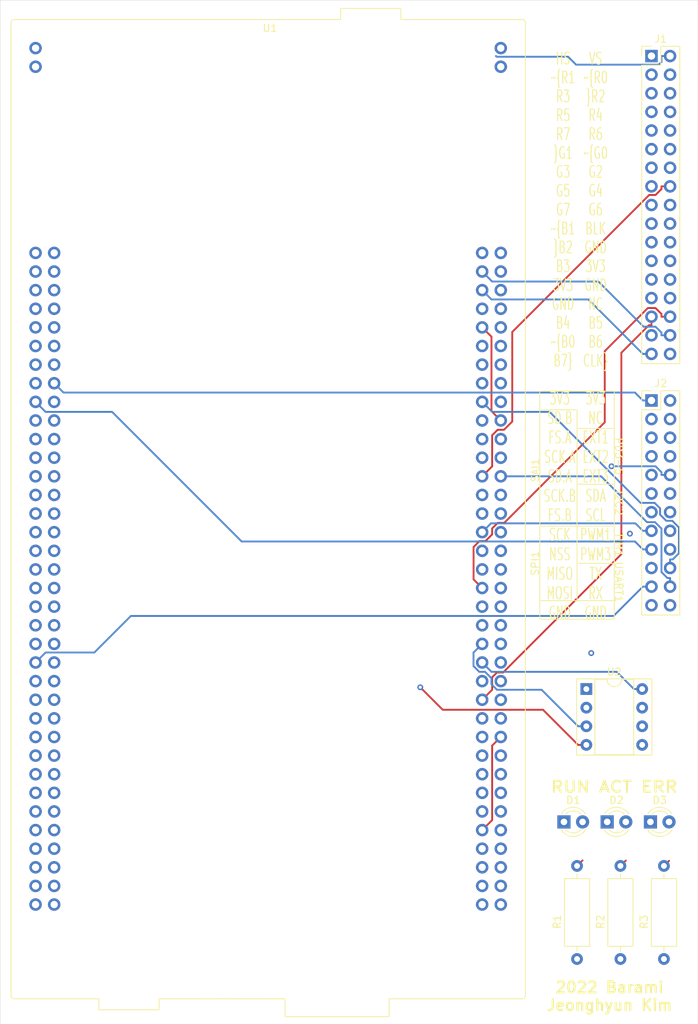
<source format=kicad_pcb>
(kicad_pcb (version 20211014) (generator pcbnew)
  (layers (0 "F.Cu" signal) (1 "In1.Cu" signal) (2 "In2.Cu" signal) (31 "B.Cu" signal) (34 "B.Paste" user) (35 "F.Paste" user) (36 "B.SilkS" user "B.Silkscreen") (37 "F.SilkS" user "F.Silkscreen") (38 "B.Mask" user) (39 "F.Mask" user) (44 "Edge.Cuts" user))
  (net 0 "")
  (net 1 "LCD_CLK")
  (net 2 "LCD_B7")
  (net 3 "LCD_B6")
  (net 4 "LCD_B5")
  (net 5 "LCD_B4")
  (net 6 "+3V3")
  (net 7 "LCD_B3")
  (net 8 "LCD_G6")
  (net 9 "LCD_G7")
  (net 10 "LCD_G4")
  (net 11 "LCD_G5")
  (net 12 "LCD_G2")
  (net 13 "LCD_G3")
  (net 14 "LCD_R6")
  (net 15 "LCD_R7")
  (net 16 "LCD_R4")
  (net 17 "LCD_R5")
  (net 18 "LCD_R3")
  (net 19 "LCD_VSYNC")
  (net 20 "LCD_HSYNC")
  (net 21 "Net-(D1-Pad2)")
  (net 22 "GND")
  (net 23 "Net-(D2-Pad2)")
  (net 24 "Net-(D3-Pad2)")
  (net 25 "USART1_RX")
  (net 26 "SPI1_MOSI")
  (net 27 "USART1_TX")
  (net 28 "SPI1_MISO")
  (net 29 "TIM1_CH3")
  (net 30 "SPI1_NSS")
  (net 31 "TIM1_CH1")
  (net 32 "SPI1_SCK")
  (net 33 "I2C2_SCL")
  (net 34 "SAI1_FS_B")
  (net 35 "I2C2_SDA")
  (net 36 "SAI1_SCK_B")
  (net 37 "GPIO_EXT3")
  (net 38 "SAI1_SD_A")
  (net 39 "GPIO_EXT2")
  (net 40 "SAI1_SCK_A")
  (net 41 "GPIO_EXT1")
  (net 42 "SAI1_FS_A")
  (net 43 "SAI1_SD_B")
  (net 44 "LED_ERR")
  (net 45 "LED_RUN")
  (net 46 "LED_ACT")
  (net 47 "QUADSPI_BK1_NCS")
  (net 48 "QUADSPI_BK1_IO0")
  (net 49 "QUADSPI_BK1_IO1")
  (net 50 "QUADSPI_CLK")
  (net 51 "QUADSPI_BK1_IO2")
  (net 52 "QUADSPI_BK1_IO3")
  (net 53 "LCD_BLK")
  (footprint "Connector_PinHeader_2.54mm:PinHeader_2x17_P2.54mm_Vertical" (layer "F.Cu") (at 163.83 44.45)
    (fp_text reference "J1" (at 1.27 -2.33) (layer "F.SilkS"))
    (fp_text value "GM7123 Module")
    (fp_line (start 1.27 -1.33) (end 3.87 -1.33) (layer "F.SilkS") (width 0.12))
    (fp_line (start -1.33 41.97) (end 3.87 41.97) (layer "F.SilkS") (width 0.12))
    (fp_line (start -1.33 1.27) (end 1.27 1.27) (layer "F.SilkS") (width 0.12))
    (fp_line (start -1.33 1.27) (end -1.33 41.97) (layer "F.SilkS") (width 0.12))
    (fp_line (start 3.87 -1.33) (end 3.87 41.97) (layer "F.SilkS") (width 0.12))
    (fp_line (start -1.33 -1.33) (end 0 -1.33) (layer "F.SilkS") (width 0.12))
    (fp_line (start -1.33 0) (end -1.33 -1.33) (layer "F.SilkS") (width 0.12))
    (fp_line (start 1.27 1.27) (end 1.27 -1.33) (layer "F.SilkS") (width 0.12))
    (pad "1" thru_hole rect locked (at 0 0) (size 1.7 1.7) (drill 1) (layers *.Cu *.Mask) (net 20 "LCD_HSYNC"))
    (pad "2" thru_hole oval locked (at 2.54 0) (size 1.7 1.7) (drill 1) (layers *.Cu *.Mask) (net 19 "LCD_VSYNC"))
    (pad "3" thru_hole oval locked (at 0 2.54) (size 1.7 1.7) (drill 1) (layers *.Cu *.Mask) (net 22 "GND"))
    (pad "4" thru_hole oval locked (at 2.54 2.54) (size 1.7 1.7) (drill 1) (layers *.Cu *.Mask) (net 22 "GND"))
    (pad "5" thru_hole oval locked (at 0 5.08) (size 1.7 1.7) (drill 1) (layers *.Cu *.Mask) (net 18 "LCD_R3"))
    (pad "6" thru_hole oval locked (at 2.54 5.08) (size 1.7 1.7) (drill 1) (layers *.Cu *.Mask) (net 22 "GND"))
    (pad "7" thru_hole oval locked (at 0 7.62) (size 1.7 1.7) (drill 1) (layers *.Cu *.Mask) (net 17 "LCD_R5"))
    (pad "8" thru_hole oval locked (at 2.54 7.62) (size 1.7 1.7) (drill 1) (layers *.Cu *.Mask) (net 16 "LCD_R4"))
    (pad "9" thru_hole oval locked (at 0 10.16) (size 1.7 1.7) (drill 1) (layers *.Cu *.Mask) (net 15 "LCD_R7"))
    (pad "10" thru_hole oval locked (at 2.54 10.16) (size 1.7 1.7) (drill 1) (layers *.Cu *.Mask) (net 14 "LCD_R6"))
    (pad "11" thru_hole oval locked (at 0 12.7) (size 1.7 1.7) (drill 1) (layers *.Cu *.Mask) (net 22 "GND"))
    (pad "12" thru_hole oval locked (at 2.54 12.7) (size 1.7 1.7) (drill 1) (layers *.Cu *.Mask) (net 22 "GND"))
    (pad "13" thru_hole oval locked (at 0 15.24) (size 1.7 1.7) (drill 1) (layers *.Cu *.Mask) (net 13 "LCD_G3"))
    (pad "14" thru_hole oval locked (at 2.54 15.24) (size 1.7 1.7) (drill 1) (layers *.Cu *.Mask) (net 12 "LCD_G2"))
    (pad "15" thru_hole oval locked (at 0 17.78) (size 1.7 1.7) (drill 1) (layers *.Cu *.Mask) (net 11 "LCD_G5"))
    (pad "16" thru_hole oval locked (at 2.54 17.78) (size 1.7 1.7) (drill 1) (layers *.Cu *.Mask) (net 10 "LCD_G4"))
    (pad "17" thru_hole oval locked (at 0 20.32) (size 1.7 1.7) (drill 1) (layers *.Cu *.Mask) (net 9 "LCD_G7"))
    (pad "18" thru_hole oval locked (at 2.54 20.32) (size 1.7 1.7) (drill 1) (layers *.Cu *.Mask) (net 8 "LCD_G6"))
    (pad "19" thru_hole oval locked (at 0 22.86) (size 1.7 1.7) (drill 1) (layers *.Cu *.Mask) (net 22 "GND"))
    (pad "20" thru_hole oval locked (at 2.54 22.86) (size 1.7 1.7) (drill 1) (layers *.Cu *.Mask) (net 53 "LCD_BLK"))
    (pad "21" thru_hole oval locked (at 0 25.4) (size 1.7 1.7) (drill 1) (layers *.Cu *.Mask) (net 22 "GND"))
    (pad "22" thru_hole oval locked (at 2.54 25.4) (size 1.7 1.7) (drill 1) (layers *.Cu *.Mask) (net 22 "GND"))
    (pad "23" thru_hole oval locked (at 0 27.94) (size 1.7 1.7) (drill 1) (layers *.Cu *.Mask) (net 7 "LCD_B3"))
    (pad "24" thru_hole oval locked (at 2.54 27.94) (size 1.7 1.7) (drill 1) (layers *.Cu *.Mask) (net 6 "+3V3"))
    (pad "25" thru_hole oval locked (at 0 30.48) (size 1.7 1.7) (drill 1) (layers *.Cu *.Mask) (net 6 "+3V3"))
    (pad "26" thru_hole oval locked (at 2.54 30.48) (size 1.7 1.7) (drill 1) (layers *.Cu *.Mask) (net 22 "GND"))
    (pad "27" thru_hole oval locked (at 0 33.02) (size 1.7 1.7) (drill 1) (layers *.Cu *.Mask) (net 22 "GND"))
    (pad "28" thru_hole oval locked (at 2.54 33.02) (size 1.7 1.7) (drill 1) (layers *.Cu *.Mask))
    (pad "29" thru_hole oval locked (at 0 35.56) (size 1.7 1.7) (drill 1) (layers *.Cu *.Mask) (net 5 "LCD_B4"))
    (pad "30" thru_hole oval locked (at 2.54 35.56) (size 1.7 1.7) (drill 1) (layers *.Cu *.Mask) (net 4 "LCD_B5"))
    (pad "31" thru_hole oval locked (at 0 38.1) (size 1.7 1.7) (drill 1) (layers *.Cu *.Mask) (net 22 "GND"))
    (pad "32" thru_hole oval locked (at 2.54 38.1) (size 1.7 1.7) (drill 1) (layers *.Cu *.Mask) (net 3 "LCD_B6"))
    (pad "33" thru_hole oval locked (at 0 40.64) (size 1.7 1.7) (drill 1) (layers *.Cu *.Mask) (net 2 "LCD_B7"))
    (pad "34" thru_hole oval locked (at 2.54 40.64) (size 1.7 1.7) (drill 1) (layers *.Cu *.Mask) (net 1 "LCD_CLK"))
  )
  (footprint "Module:ST_Morpho_Connector_144_STLink" (layer "F.Cu") (at 79.76 71.31)
    (fp_text reference "U1" (at 32 -30.67) (layer "F.SilkS"))
    (fp_text value "NUCLEO144-H743ZI")
    (fp_line (start 8.64 101.76) (end -2.95 101.76) (layer "F.SilkS") (width 0.12))
    (fp_line (start 34.04 104.21) (end 34.04 101.76) (layer "F.SilkS") (width 0.12))
    (fp_line (start -3.35 -31.44) (end -3.35 101.36) (layer "F.SilkS") (width 0.12))
    (fp_line (start 8.64 101.76) (end 8.64 103.27) (layer "F.SilkS") (width 0.12))
    (fp_line (start 49.86 -31.84) (end 66.45 -31.84) (layer "F.SilkS") (width 0.12))
    (fp_line (start 8.64 103.27) (end 16.86 103.27) (layer "F.SilkS") (width 0.12))
    (fp_line (start 66.85 101.36) (end 66.85 -31.44) (layer "F.SilkS") (width 0.12))
    (fp_line (start 34.04 101.76) (end 16.86 101.75) (layer "F.SilkS") (width 0.12))
    (fp_line (start 16.86 103.27) (end 16.86 101.75) (layer "F.SilkS") (width 0.12))
    (fp_line (start 41.64 -31.84) (end -2.95 -31.84) (layer "F.SilkS") (width 0.12))
    (fp_line (start 49.86 -33.35) (end 49.86 -31.84) (layer "F.SilkS") (width 0.12))
    (fp_line (start 41.64 -33.35) (end 49.86 -33.35) (layer "F.SilkS") (width 0.12))
    (fp_line (start 48.26 101.76) (end 66.45 101.76) (layer "F.SilkS") (width 0.12))
    (fp_line (start 41.64 -31.84) (end 41.64 -33.35) (layer "F.SilkS") (width 0.12))
    (fp_line (start 48.26 101.76) (end 48.26 104.21) (layer "F.SilkS") (width 0.12))
    (fp_line (start 48.26 104.21) (end 34.04 104.21) (layer "F.SilkS") (width 0.12))
    (fp_arc (start -2.95 101.76) (mid -3.232843 101.642843) (end -3.35 101.36) (layer "F.SilkS") (width 0.12))
    (fp_arc (start 66.85 101.36) (mid 66.732843 101.642843) (end 66.45 101.76) (layer "F.SilkS") (width 0.12))
    (fp_arc (start 66.45 -31.84) (mid 66.732843 -31.722843) (end 66.85 -31.44) (layer "F.SilkS") (width 0.12))
    (fp_arc (start -3.35 -31.44) (mid -3.232843 -31.722843) (end -2.95 -31.84) (layer "F.SilkS") (width 0.12))
    (pad "1" thru_hole circle locked (at 0 0) (size 1.7 1.7) (drill 1) (layers *.Cu *.Mask))
    (pad "2" thru_hole circle locked (at 2.54 0) (size 1.7 1.7) (drill 1) (layers *.Cu *.Mask))
    (pad "3" thru_hole circle locked (at 0 2.54) (size 1.7 1.7) (drill 1) (layers *.Cu *.Mask))
    (pad "4" thru_hole circle locked (at 2.54 2.54) (size 1.7 1.7) (drill 1) (layers *.Cu *.Mask) (net 46 "LED_ACT"))
    (pad "5" thru_hole circle locked (at 0 5.08) (size 1.7 1.7) (drill 1) (layers *.Cu *.Mask))
    (pad "6" thru_hole circle locked (at 2.54 5.08) (size 1.7 1.7) (drill 1) (layers *.Cu *.Mask))
    (pad "7" thru_hole circle locked (at 0 7.62) (size 1.7 1.7) (drill 1) (layers *.Cu *.Mask))
    (pad "8" thru_hole circle locked (at 2.54 7.62) (size 1.7 1.7) (drill 1) (layers *.Cu *.Mask) (net 22 "GND"))
    (pad "9" thru_hole circle locked (at 0 10.16) (size 1.7 1.7) (drill 1) (layers *.Cu *.Mask) (net 52 "QUADSPI_BK1_IO3"))
    (pad "10" thru_hole circle locked (at 2.54 10.16) (size 1.7 1.7) (drill 1) (layers *.Cu *.Mask))
    (pad "11" thru_hole circle locked (at 0 12.7) (size 1.7 1.7) (drill 1) (layers *.Cu *.Mask))
    (pad "12" thru_hole circle locked (at 2.54 12.7) (size 1.7 1.7) (drill 1) (layers *.Cu *.Mask))
    (pad "13" thru_hole circle locked (at 0 15.24) (size 1.7 1.7) (drill 1) (layers *.Cu *.Mask) (net 53 "LCD_BLK"))
    (pad "14" thru_hole circle locked (at 2.54 15.24) (size 1.7 1.7) (drill 1) (layers *.Cu *.Mask))
    (pad "15" thru_hole circle locked (at 0 17.78) (size 1.7 1.7) (drill 1) (layers *.Cu *.Mask))
    (pad "16" thru_hole circle locked (at 2.54 17.78) (size 1.7 1.7) (drill 1) (layers *.Cu *.Mask) (net 6 "+3V3"))
    (pad "17" thru_hole circle locked (at 0 20.32) (size 1.7 1.7) (drill 1) (layers *.Cu *.Mask) (net 30 "SPI1_NSS"))
    (pad "18" thru_hole circle locked (at 2.54 20.32) (size 1.7 1.7) (drill 1) (layers *.Cu *.Mask))
    (pad "19" thru_hole circle locked (at 0 22.86) (size 1.7 1.7) (drill 1) (layers *.Cu *.Mask) (net 22 "GND"))
    (pad "20" thru_hole circle locked (at 2.54 22.86) (size 1.7 1.7) (drill 1) (layers *.Cu *.Mask) (net 22 "GND"))
    (pad "21" thru_hole circle locked (at 0 25.4) (size 1.7 1.7) (drill 1) (layers *.Cu *.Mask))
    (pad "22" thru_hole circle locked (at 2.54 25.4) (size 1.7 1.7) (drill 1) (layers *.Cu *.Mask) (net 22 "GND"))
    (pad "23" thru_hole circle locked (at 0 27.94) (size 1.7 1.7) (drill 1) (layers *.Cu *.Mask))
    (pad "24" thru_hole circle locked (at 2.54 27.94) (size 1.7 1.7) (drill 1) (layers *.Cu *.Mask))
    (pad "25" thru_hole circle locked (at 0 30.48) (size 1.7 1.7) (drill 1) (layers *.Cu *.Mask))
    (pad "26" thru_hole circle locked (at 2.54 30.48) (size 1.7 1.7) (drill 1) (layers *.Cu *.Mask))
    (pad "27" thru_hole circle locked (at 0 33.02) (size 1.7 1.7) (drill 1) (layers *.Cu *.Mask))
    (pad "28" thru_hole circle locked (at 2.54 33.02) (size 1.7 1.7) (drill 1) (layers *.Cu *.Mask))
    (pad "29" thru_hole circle locked (at 0 35.56) (size 1.7 1.7) (drill 1) (layers *.Cu *.Mask))
    (pad "30" thru_hole circle locked (at 2.54 35.56) (size 1.7 1.7) (drill 1) (layers *.Cu *.Mask))
    (pad "31" thru_hole circle locked (at 0 38.1) (size 1.7 1.7) (drill 1) (layers *.Cu *.Mask))
    (pad "32" thru_hole circle locked (at 2.54 38.1) (size 1.7 1.7) (drill 1) (layers *.Cu *.Mask) (net 19 "LCD_VSYNC"))
    (pad "33" thru_hole circle locked (at 0 40.64) (size 1.7 1.7) (drill 1) (layers *.Cu *.Mask))
    (pad "34" thru_hole circle locked (at 2.54 40.64) (size 1.7 1.7) (drill 1) (layers *.Cu *.Mask) (net 18 "LCD_R3"))
    (pad "35" thru_hole circle locked (at 0 43.18) (size 1.7 1.7) (drill 1) (layers *.Cu *.Mask))
    (pad "36" thru_hole circle locked (at 2.54 43.18) (size 1.7 1.7) (drill 1) (layers *.Cu *.Mask))
    (pad "37" thru_hole circle locked (at 0 45.72) (size 1.7 1.7) (drill 1) (layers *.Cu *.Mask))
    (pad "38" thru_hole circle locked (at 2.54 45.72) (size 1.7 1.7) (drill 1) (layers *.Cu *.Mask) (net 17 "LCD_R5"))
    (pad "39" thru_hole circle locked (at 0 48.26) (size 1.7 1.7) (drill 1) (layers *.Cu *.Mask) (net 39 "GPIO_EXT2"))
    (pad "40" thru_hole circle locked (at 2.54 48.26) (size 1.7 1.7) (drill 1) (layers *.Cu *.Mask) (net 41 "GPIO_EXT1"))
    (pad "41" thru_hole circle locked (at 0 50.8) (size 1.7 1.7) (drill 1) (layers *.Cu *.Mask) (net 37 "GPIO_EXT3"))
    (pad "42" thru_hole circle locked (at 2.54 50.8) (size 1.7 1.7) (drill 1) (layers *.Cu *.Mask))
    (pad "43" thru_hole circle locked (at 0 53.34) (size 1.7 1.7) (drill 1) (layers *.Cu *.Mask))
    (pad "44" thru_hole circle locked (at 2.54 53.34) (size 1.7 1.7) (drill 1) (layers *.Cu *.Mask))
    (pad "45" thru_hole circle locked (at 0 55.88) (size 1.7 1.7) (drill 1) (layers *.Cu *.Mask) (net 26 "SPI1_MOSI"))
    (pad "46" thru_hole circle locked (at 2.54 55.88) (size 1.7 1.7) (drill 1) (layers *.Cu *.Mask) (net 51 "QUADSPI_BK1_IO2"))
    (pad "47" thru_hole circle locked (at 0 58.42) (size 1.7 1.7) (drill 1) (layers *.Cu *.Mask) (net 43 "SAI1_SD_B"))
    (pad "48" thru_hole circle locked (at 2.54 58.42) (size 1.7 1.7) (drill 1) (layers *.Cu *.Mask) (net 42 "SAI1_FS_A"))
    (pad "49" thru_hole circle locked (at 0 60.96) (size 1.7 1.7) (drill 1) (layers *.Cu *.Mask) (net 22 "GND"))
    (pad "50" thru_hole circle locked (at 2.54 60.96) (size 1.7 1.7) (drill 1) (layers *.Cu *.Mask) (net 40 "SAI1_SCK_A"))
    (pad "51" thru_hole circle locked (at 0 63.5) (size 1.7 1.7) (drill 1) (layers *.Cu *.Mask) (net 33 "I2C2_SCL"))
    (pad "52" thru_hole circle locked (at 2.54 63.5) (size 1.7 1.7) (drill 1) (layers *.Cu *.Mask))
    (pad "53" thru_hole circle locked (at 0 66.04) (size 1.7 1.7) (drill 1) (layers *.Cu *.Mask) (net 35 "I2C2_SDA"))
    (pad "54" thru_hole circle locked (at 2.54 66.04) (size 1.7 1.7) (drill 1) (layers *.Cu *.Mask) (net 36 "SAI1_SCK_B"))
    (pad "55" thru_hole circle locked (at 0 68.58) (size 1.7 1.7) (drill 1) (layers *.Cu *.Mask) (net 45 "LED_RUN"))
    (pad "56" thru_hole circle locked (at 2.54 68.58) (size 1.7 1.7) (drill 1) (layers *.Cu *.Mask) (net 34 "SAI1_FS_B"))
    (pad "57" thru_hole circle locked (at 0 71.12) (size 1.7 1.7) (drill 1) (layers *.Cu *.Mask) (net 44 "LED_ERR"))
    (pad "58" thru_hole circle locked (at 2.54 71.12) (size 1.7 1.7) (drill 1) (layers *.Cu *.Mask))
    (pad "59" thru_hole circle locked (at 0 73.66) (size 1.7 1.7) (drill 1) (layers *.Cu *.Mask))
    (pad "60" thru_hole circle locked (at 2.54 73.66) (size 1.7 1.7) (drill 1) (layers *.Cu *.Mask) (net 22 "GND"))
    (pad "61" thru_hole circle locked (at 0 76.2) (size 1.7 1.7) (drill 1) (layers *.Cu *.Mask))
    (pad "62" thru_hole circle locked (at 2.54 76.2) (size 1.7 1.7) (drill 1) (layers *.Cu *.Mask) (net 38 "SAI1_SD_A"))
    (pad "63" thru_hole circle locked (at 0 78.74) (size 1.7 1.7) (drill 1) (layers *.Cu *.Mask) (net 28 "SPI1_MISO"))
    (pad "64" thru_hole circle locked (at 2.54 78.74) (size 1.7 1.7) (drill 1) (layers *.Cu *.Mask))
    (pad "65" thru_hole circle locked (at 0 81.28) (size 1.7 1.7) (drill 1) (layers *.Cu *.Mask))
    (pad "66" thru_hole circle locked (at 2.54 81.28) (size 1.7 1.7) (drill 1) (layers *.Cu *.Mask))
    (pad "67" thru_hole circle locked (at 0 83.82) (size 1.7 1.7) (drill 1) (layers *.Cu *.Mask))
    (pad "68" thru_hole circle locked (at 2.54 83.82) (size 1.7 1.7) (drill 1) (layers *.Cu *.Mask))
    (pad "69" thru_hole circle locked (at 0 86.36) (size 1.7 1.7) (drill 1) (layers *.Cu *.Mask))
    (pad "70" thru_hole circle locked (at 2.54 86.36) (size 1.7 1.7) (drill 1) (layers *.Cu *.Mask))
    (pad "71" thru_hole circle locked (at 0 88.9) (size 1.7 1.7) (drill 1) (layers *.Cu *.Mask) (net 22 "GND"))
    (pad "72" thru_hole circle locked (at 2.54 88.9) (size 1.7 1.7) (drill 1) (layers *.Cu *.Mask) (net 22 "GND"))
    (pad "73" thru_hole circle locked (at 60.96 0) (size 1.7 1.7) (drill 1) (layers *.Cu *.Mask))
    (pad "74" thru_hole circle locked (at 63.5 0) (size 1.7 1.7) (drill 1) (layers *.Cu *.Mask))
    (pad "75" thru_hole circle locked (at 60.96 2.54) (size 1.7 1.7) (drill 1) (layers *.Cu *.Mask) (net 3 "LCD_B6"))
    (pad "76" thru_hole circle locked (at 63.5 2.54) (size 1.7 1.7) (drill 1) (layers *.Cu *.Mask) (net 20 "LCD_HSYNC"))
    (pad "77" thru_hole circle locked (at 60.96 5.08) (size 1.7 1.7) (drill 1) (layers *.Cu *.Mask) (net 2 "LCD_B7"))
    (pad "78" thru_hole circle locked (at 63.5 5.08) (size 1.7 1.7) (drill 1) (layers *.Cu *.Mask))
    (pad "79" thru_hole circle locked (at 60.96 7.62) (size 1.7 1.7) (drill 1) (layers *.Cu *.Mask))
    (pad "80" thru_hole circle locked (at 63.5 7.62) (size 1.7 1.7) (drill 1) (layers *.Cu *.Mask))
    (pad "81" thru_hole circle locked (at 60.96 10.16) (size 1.7 1.7) (drill 1) (layers *.Cu *.Mask) (net 22 "GND"))
    (pad "82" thru_hole circle locked (at 63.5 10.16) (size 1.7 1.7) (drill 1) (layers *.Cu *.Mask))
    (pad "83" thru_hole circle locked (at 60.96 12.7) (size 1.7 1.7) (drill 1) (layers *.Cu *.Mask) (net 16 "LCD_R4"))
    (pad "84" thru_hole circle locked (at 63.5 12.7) (size 1.7 1.7) (drill 1) (layers *.Cu *.Mask))
    (pad "85" thru_hole circle locked (at 60.96 15.24) (size 1.7 1.7) (drill 1) (layers *.Cu *.Mask) (net 12 "LCD_G2"))
    (pad "86" thru_hole circle locked (at 63.5 15.24) (size 1.7 1.7) (drill 1) (layers *.Cu *.Mask))
    (pad "87" thru_hole circle locked (at 60.96 17.78) (size 1.7 1.7) (drill 1) (layers *.Cu *.Mask))
    (pad "88" thru_hole circle locked (at 63.5 17.78) (size 1.7 1.7) (drill 1) (layers *.Cu *.Mask))
    (pad "89" thru_hole circle locked (at 60.96 20.32) (size 1.7 1.7) (drill 1) (layers *.Cu *.Mask) (net 27 "USART1_TX"))
    (pad "90" thru_hole circle locked (at 63.5 20.32) (size 1.7 1.7) (drill 1) (layers *.Cu *.Mask) (net 11 "LCD_G5"))
    (pad "91" thru_hole circle locked (at 60.96 22.86) (size 1.7 1.7) (drill 1) (layers *.Cu *.Mask) (net 8 "LCD_G6"))
    (pad "92" thru_hole circle locked (at 63.5 22.86) (size 1.7 1.7) (drill 1) (layers *.Cu *.Mask) (net 22 "GND"))
    (pad "93" thru_hole circle locked (at 60.96 25.4) (size 1.7 1.7) (drill 1) (layers *.Cu *.Mask))
    (pad "94" thru_hole circle locked (at 63.5 25.4) (size 1.7 1.7) (drill 1) (layers *.Cu *.Mask) (net 50 "QUADSPI_CLK"))
    (pad "95" thru_hole circle locked (at 60.96 27.94) (size 1.7 1.7) (drill 1) (layers *.Cu *.Mask) (net 7 "LCD_B3"))
    (pad "96" thru_hole circle locked (at 63.5 27.94) (size 1.7 1.7) (drill 1) (layers *.Cu *.Mask) (net 14 "LCD_R6"))
    (pad "97" thru_hole circle locked (at 60.96 30.48) (size 1.7 1.7) (drill 1) (layers *.Cu *.Mask) (net 10 "LCD_G4"))
    (pad "98" thru_hole circle locked (at 63.5 30.48) (size 1.7 1.7) (drill 1) (layers *.Cu *.Mask) (net 25 "USART1_RX"))
    (pad "99" thru_hole circle locked (at 60.96 33.02) (size 1.7 1.7) (drill 1) (layers *.Cu *.Mask))
    (pad "100" thru_hole circle locked (at 63.5 33.02) (size 1.7 1.7) (drill 1) (layers *.Cu *.Mask))
    (pad "101" thru_hole circle locked (at 60.96 35.56) (size 1.7 1.7) (drill 1) (layers *.Cu *.Mask))
    (pad "102" thru_hole circle locked (at 63.5 35.56) (size 1.7 1.7) (drill 1) (layers *.Cu *.Mask))
    (pad "103" thru_hole circle locked (at 60.96 38.1) (size 1.7 1.7) (drill 1) (layers *.Cu *.Mask) (net 32 "SPI1_SCK"))
    (pad "104" thru_hole circle locked (at 63.5 38.1) (size 1.7 1.7) (drill 1) (layers *.Cu *.Mask) (net 22 "GND"))
    (pad "105" thru_hole circle locked (at 60.96 40.64) (size 1.7 1.7) (drill 1) (layers *.Cu *.Mask))
    (pad "106" thru_hole circle locked (at 63.5 40.64) (size 1.7 1.7) (drill 1) (layers *.Cu *.Mask))
    (pad "107" thru_hole circle locked (at 60.96 43.18) (size 1.7 1.7) (drill 1) (layers *.Cu *.Mask))
    (pad "108" thru_hole circle locked (at 63.5 43.18) (size 1.7 1.7) (drill 1) (layers *.Cu *.Mask))
    (pad "109" thru_hole circle locked (at 60.96 45.72) (size 1.7 1.7) (drill 1) (layers *.Cu *.Mask) (net 4 "LCD_B5"))
    (pad "110" thru_hole circle locked (at 63.5 45.72) (size 1.7 1.7) (drill 1) (layers *.Cu *.Mask))
    (pad "111" thru_hole circle locked (at 60.96 48.26) (size 1.7 1.7) (drill 1) (layers *.Cu *.Mask) (net 22 "GND"))
    (pad "112" thru_hole circle locked (at 63.5 48.26) (size 1.7 1.7) (drill 1) (layers *.Cu *.Mask))
    (pad "113" thru_hole circle locked (at 60.96 50.8) (size 1.7 1.7) (drill 1) (layers *.Cu *.Mask))
    (pad "114" thru_hole circle locked (at 63.5 50.8) (size 1.7 1.7) (drill 1) (layers *.Cu *.Mask))
    (pad "115" thru_hole circle locked (at 60.96 53.34) (size 1.7 1.7) (drill 1) (layers *.Cu *.Mask) (net 49 "QUADSPI_BK1_IO1"))
    (pad "116" thru_hole circle locked (at 63.5 53.34) (size 1.7 1.7) (drill 1) (layers *.Cu *.Mask))
    (pad "117" thru_hole circle locked (at 60.96 55.88) (size 1.7 1.7) (drill 1) (layers *.Cu *.Mask) (net 48 "QUADSPI_BK1_IO0"))
    (pad "118" thru_hole circle locked (at 63.5 55.88) (size 1.7 1.7) (drill 1) (layers *.Cu *.Mask))
    (pad "119" thru_hole circle locked (at 60.96 58.42) (size 1.7 1.7) (drill 1) (layers *.Cu *.Mask))
    (pad "120" thru_hole circle locked (at 63.5 58.42) (size 1.7 1.7) (drill 1) (layers *.Cu *.Mask))
    (pad "121" thru_hole circle locked (at 60.96 60.96) (size 1.7 1.7) (drill 1) (layers *.Cu *.Mask) (net 5 "LCD_B4"))
    (pad "122" thru_hole circle locked (at 63.5 60.96) (size 1.7 1.7) (drill 1) (layers *.Cu *.Mask))
    (pad "123" thru_hole circle locked (at 60.96 63.5) (size 1.7 1.7) (drill 1) (layers *.Cu *.Mask) (net 1 "LCD_CLK"))
    (pad "124" thru_hole circle locked (at 63.5 63.5) (size 1.7 1.7) (drill 1) (layers *.Cu *.Mask) (net 31 "TIM1_CH1"))
    (pad "125" thru_hole circle locked (at 60.96 66.04) (size 1.7 1.7) (drill 1) (layers *.Cu *.Mask) (net 15 "LCD_R7"))
    (pad "126" thru_hole circle locked (at 63.5 66.04) (size 1.7 1.7) (drill 1) (layers *.Cu *.Mask) (net 22 "GND"))
    (pad "127" thru_hole circle locked (at 60.96 68.58) (size 1.7 1.7) (drill 1) (layers *.Cu *.Mask) (net 29 "TIM1_CH3"))
    (pad "128" thru_hole circle locked (at 63.5 68.58) (size 1.7 1.7) (drill 1) (layers *.Cu *.Mask) (net 13 "LCD_G3"))
    (pad "129" thru_hole circle locked (at 60.96 71.12) (size 1.7 1.7) (drill 1) (layers *.Cu *.Mask))
    (pad "130" thru_hole circle locked (at 63.5 71.12) (size 1.7 1.7) (drill 1) (layers *.Cu *.Mask))
    (pad "131" thru_hole circle locked (at 60.96 73.66) (size 1.7 1.7) (drill 1) (layers *.Cu *.Mask))
    (pad "132" thru_hole circle locked (at 63.5 73.66) (size 1.7 1.7) (drill 1) (layers *.Cu *.Mask))
    (pad "133" thru_hole circle locked (at 60.96 76.2) (size 1.7 1.7) (drill 1) (layers *.Cu *.Mask))
    (pad "134" thru_hole circle locked (at 63.5 76.2) (size 1.7 1.7) (drill 1) (layers *.Cu *.Mask))
    (pad "135" thru_hole circle locked (at 60.96 78.74) (size 1.7 1.7) (drill 1) (layers *.Cu *.Mask) (net 22 "GND"))
    (pad "136" thru_hole circle locked (at 63.5 78.74) (size 1.7 1.7) (drill 1) (layers *.Cu *.Mask))
    (pad "137" thru_hole circle locked (at 60.96 81.28) (size 1.7 1.7) (drill 1) (layers *.Cu *.Mask) (net 7 "LCD_B3"))
    (pad "138" thru_hole circle locked (at 63.5 81.28) (size 1.7 1.7) (drill 1) (layers *.Cu *.Mask) (net 9 "LCD_G7"))
    (pad "139" thru_hole circle locked (at 60.96 83.82) (size 1.7 1.7) (drill 1) (layers *.Cu *.Mask))
    (pad "140" thru_hole circle locked (at 63.5 83.82) (size 1.7 1.7) (drill 1) (layers *.Cu *.Mask))
    (pad "141" thru_hole circle locked (at 60.96 86.36) (size 1.7 1.7) (drill 1) (layers *.Cu *.Mask))
    (pad "142" thru_hole circle locked (at 63.5 86.36) (size 1.7 1.7) (drill 1) (layers *.Cu *.Mask) (net 47 "QUADSPI_BK1_NCS"))
    (pad "143" thru_hole circle locked (at 60.96 88.9) (size 1.7 1.7) (drill 1) (layers *.Cu *.Mask) (net 22 "GND"))
    (pad "144" thru_hole circle locked (at 63.5 88.9) (size 1.7 1.7) (drill 1) (layers *.Cu *.Mask) (net 22 "GND"))
    (pad "145" thru_hole circle locked (at 0 -27.94) (size 1.7 1.7) (drill 1) (layers *.Cu *.Mask))
    (pad "146" thru_hole circle locked (at 0 -25.4) (size 1.7 1.7) (drill 1) (layers *.Cu *.Mask))
    (pad "147" thru_hole circle locked (at 63.5 -27.94) (size 1.7 1.7) (drill 1) (layers *.Cu *.Mask))
    (pad "148" thru_hole circle locked (at 63.5 -25.4) (size 1.7 1.7) (drill 1) (layers *.Cu *.Mask))
  )
  (footprint "LED_THT:LED_D3.0mm" (layer "F.Cu") (at 151.885 148.935)
    (fp_text reference "D1" (at 1.27 -2.96) (layer "F.SilkS"))
    (fp_text value "LED_RUN")
    (fp_line (start -0.29 -1.236) (end -0.29 -1.08) (layer "F.SilkS") (width 0.12))
    (fp_line (start -0.29 1.08) (end -0.29 1.236) (layer "F.SilkS") (width 0.12))
    (fp_arc (start 2.31113 1.079837) (mid 1.270117 1.5) (end 0.229039 1.08) (layer "F.SilkS") (width 0.12))
    (fp_arc (start 2.942335 1.078608) (mid 1.366487 1.987659) (end -0.29 1.235516) (layer "F.SilkS") (width 0.12))
    (fp_arc (start -0.29 -1.235516) (mid 1.366487 -1.987659) (end 2.942335 -1.078608) (layer "F.SilkS") (width 0.12))
    (fp_arc (start 0.229039 -1.08) (mid 1.270117 -1.5) (end 2.31113 -1.079837) (layer "F.SilkS") (width 0.12))
    (pad "1" thru_hole rect locked (at 0 0) (size 1.8 1.8) (drill 0.9) (layers *.Cu *.Mask) (net 22 "GND"))
    (pad "2" thru_hole circle locked (at 2.54 0) (size 1.8 1.8) (drill 0.9) (layers *.Cu *.Mask) (net 21 "Net-(D1-Pad2)"))
  )
  (footprint "LED_THT:LED_D3.0mm" (layer "F.Cu") (at 157.785 148.935)
    (fp_text reference "D2" (at 1.27 -2.96) (layer "F.SilkS"))
    (fp_text value "LED_ACT")
    (fp_line (start -0.29 1.08) (end -0.29 1.236) (layer "F.SilkS") (width 0.12))
    (fp_line (start -0.29 -1.236) (end -0.29 -1.08) (layer "F.SilkS") (width 0.12))
    (fp_arc (start 2.31113 1.079837) (mid 1.270117 1.5) (end 0.229039 1.08) (layer "F.SilkS") (width 0.12))
    (fp_arc (start 2.942335 1.078608) (mid 1.366487 1.987659) (end -0.29 1.235516) (layer "F.SilkS") (width 0.12))
    (fp_arc (start 0.229039 -1.08) (mid 1.270117 -1.5) (end 2.31113 -1.079837) (layer "F.SilkS") (width 0.12))
    (fp_arc (start -0.29 -1.235516) (mid 1.366487 -1.987659) (end 2.942335 -1.078608) (layer "F.SilkS") (width 0.12))
    (pad "1" thru_hole rect locked (at 0 0) (size 1.8 1.8) (drill 0.9) (layers *.Cu *.Mask) (net 22 "GND"))
    (pad "2" thru_hole circle locked (at 2.54 0) (size 1.8 1.8) (drill 0.9) (layers *.Cu *.Mask) (net 23 "Net-(D2-Pad2)"))
  )
  (footprint "LED_THT:LED_D3.0mm" (layer "F.Cu") (at 163.685 148.935)
    (fp_text reference "D3" (at 1.27 -2.96) (layer "F.SilkS"))
    (fp_text value "LED_ERR")
    (fp_line (start -0.29 -1.236) (end -0.29 -1.08) (layer "F.SilkS") (width 0.12))
    (fp_line (start -0.29 1.08) (end -0.29 1.236) (layer "F.SilkS") (width 0.12))
    (fp_arc (start 2.942335 1.078608) (mid 1.366487 1.987659) (end -0.29 1.235516) (layer "F.SilkS") (width 0.12))
    (fp_arc (start 0.229039 -1.08) (mid 1.270117 -1.5) (end 2.31113 -1.079837) (layer "F.SilkS") (width 0.12))
    (fp_arc (start 2.31113 1.079837) (mid 1.270117 1.5) (end 0.229039 1.08) (layer "F.SilkS") (width 0.12))
    (fp_arc (start -0.29 -1.235516) (mid 1.366487 -1.987659) (end 2.942335 -1.078608) (layer "F.SilkS") (width 0.12))
    (pad "1" thru_hole rect locked (at 0 0) (size 1.8 1.8) (drill 0.9) (layers *.Cu *.Mask) (net 22 "GND"))
    (pad "2" thru_hole circle locked (at 2.54 0) (size 1.8 1.8) (drill 0.9) (layers *.Cu *.Mask) (net 24 "Net-(D3-Pad2)"))
  )
  (footprint "Connector_PinHeader_2.54mm:PinHeader_2x12_P2.54mm_Vertical" (layer "F.Cu") (at 163.83 91.44)
    (fp_text reference "J2" (at 1.27 -2.33) (layer "F.SilkS"))
    (fp_text value "External IO")
    (fp_line (start 1.27 1.27) (end 1.27 -1.33) (layer "F.SilkS") (width 0.12))
    (fp_line (start -1.33 1.27) (end -1.33 29.27) (layer "F.SilkS") (width 0.12))
    (fp_line (start -1.33 0) (end -1.33 -1.33) (layer "F.SilkS") (width 0.12))
    (fp_line (start -1.33 29.27) (end 3.87 29.27) (layer "F.SilkS") (width 0.12))
    (fp_line (start 3.87 -1.33) (end 3.87 29.27) (layer "F.SilkS") (width 0.12))
    (fp_line (start -1.33 1.27) (end 1.27 1.27) (layer "F.SilkS") (width 0.12))
    (fp_line (start 1.27 -1.33) (end 3.87 -1.33) (layer "F.SilkS") (width 0.12))
    (fp_line (start -1.33 -1.33) (end 0 -1.33) (layer "F.SilkS") (width 0.12))
    (pad "1" thru_hole rect locked (at 0 0) (size 1.7 1.7) (drill 1) (layers *.Cu *.Mask) (net 6 "+3V3"))
    (pad "2" thru_hole oval locked (at 2.54 0) (size 1.7 1.7) (drill 1) (layers *.Cu *.Mask) (net 6 "+3V3"))
    (pad "3" thru_hole oval locked (at 0 2.54) (size 1.7 1.7) (drill 1) (layers *.Cu *.Mask) (net 43 "SAI1_SD_B"))
    (pad "4" thru_hole oval locked (at 2.54 2.54) (size 1.7 1.7) (drill 1) (layers *.Cu *.Mask))
    (pad "5" thru_hole oval locked (at 0 5.08) (size 1.7 1.7) (drill 1) (layers *.Cu *.Mask) (net 42 "SAI1_FS_A"))
    (pad "6" thru_hole oval locked (at 2.54 5.08) (size 1.7 1.7) (drill 1) (layers *.Cu *.Mask) (net 41 "GPIO_EXT1"))
    (pad "7" thru_hole oval locked (at 0 7.62) (size 1.7 1.7) (drill 1) (layers *.Cu *.Mask) (net 40 "SAI1_SCK_A"))
    (pad "8" thru_hole oval locked (at 2.54 7.62) (size 1.7 1.7) (drill 1) (layers *.Cu *.Mask) (net 39 "GPIO_EXT2"))
    (pad "9" thru_hole oval locked (at 0 10.16) (size 1.7 1.7) (drill 1) (layers *.Cu *.Mask) (net 38 "SAI1_SD_A"))
    (pad "10" thru_hole oval locked (at 2.54 10.16) (size 1.7 1.7) (drill 1) (layers *.Cu *.Mask) (net 37 "GPIO_EXT3"))
    (pad "11" thru_hole oval locked (at 0 12.7) (size 1.7 1.7) (drill 1) (layers *.Cu *.Mask) (net 36 "SAI1_SCK_B"))
    (pad "12" thru_hole oval locked (at 2.54 12.7) (size 1.7 1.7) (drill 1) (layers *.Cu *.Mask) (net 35 "I2C2_SDA"))
    (pad "13" thru_hole oval locked (at 0 15.24) (size 1.7 1.7) (drill 1) (layers *.Cu *.Mask) (net 34 "SAI1_FS_B"))
    (pad "14" thru_hole oval locked (at 2.54 15.24) (size 1.7 1.7) (drill 1) (layers *.Cu *.Mask) (net 33 "I2C2_SCL"))
    (pad "15" thru_hole oval locked (at 0 17.78) (size 1.7 1.7) (drill 1) (layers *.Cu *.Mask) (net 32 "SPI1_SCK"))
    (pad "16" thru_hole oval locked (at 2.54 17.78) (size 1.7 1.7) (drill 1) (layers *.Cu *.Mask) (net 31 "TIM1_CH1"))
    (pad "17" thru_hole oval locked (at 0 20.32) (size 1.7 1.7) (drill 1) (layers *.Cu *.Mask) (net 30 "SPI1_NSS"))
    (pad "18" thru_hole oval locked (at 2.54 20.32) (size 1.7 1.7) (drill 1) (layers *.Cu *.Mask) (net 29 "TIM1_CH3"))
    (pad "19" thru_hole oval locked (at 0 22.86) (size 1.7 1.7) (drill 1) (layers *.Cu *.Mask) (net 28 "SPI1_MISO"))
    (pad "20" thru_hole oval locked (at 2.54 22.86) (size 1.7 1.7) (drill 1) (layers *.Cu *.Mask) (net 27 "USART1_TX"))
    (pad "21" thru_hole oval locked (at 0 25.4) (size 1.7 1.7) (drill 1) (layers *.Cu *.Mask) (net 26 "SPI1_MOSI"))
    (pad "22" thru_hole oval locked (at 2.54 25.4) (size 1.7 1.7) (drill 1) (layers *.Cu *.Mask) (net 25 "USART1_RX"))
    (pad "23" thru_hole oval locked (at 0 27.94) (size 1.7 1.7) (drill 1) (layers *.Cu *.Mask) (net 22 "GND"))
    (pad "24" thru_hole oval locked (at 2.54 27.94) (size 1.7 1.7) (drill 1) (layers *.Cu *.Mask) (net 22 "GND"))
  )
  (footprint "Resistor_THT:R_Axial_DIN0309_L9.0mm_D3.2mm_P12.70mm_Horizontal" (layer "F.Cu") (at 153.67 167.64 90)
    (fp_text reference "R1" (at 5.08 -2.72 90) (layer "F.SilkS"))
    (fp_text value "100R")
    (fp_line (start 10.97 -1.72) (end 1.73 -1.72) (layer "F.SilkS") (width 0.12))
    (fp_line (start 11.66 0) (end 10.97 0) (layer "F.SilkS") (width 0.12))
    (fp_line (start 1.73 1.72) (end 10.97 1.72) (layer "F.SilkS") (width 0.12))
    (fp_line (start 1.04 0) (end 1.73 0) (layer "F.SilkS") (width 0.12))
    (fp_line (start 1.73 -1.72) (end 1.73 1.72) (layer "F.SilkS") (width 0.12))
    (fp_line (start 10.97 1.72) (end 10.97 -1.72) (layer "F.SilkS") (width 0.12))
    (pad "1" thru_hole circle locked (at 0 0 90) (size 1.6 1.6) (drill 0.8) (layers *.Cu *.Mask) (net 44 "LED_ERR"))
    (pad "2" thru_hole oval locked (at 12.7 0 90) (size 1.6 1.6) (drill 0.8) (layers *.Cu *.Mask) (net 21 "Net-(D1-Pad2)"))
  )
  (footprint "Resistor_THT:R_Axial_DIN0309_L9.0mm_D3.2mm_P12.70mm_Horizontal" (layer "F.Cu") (at 165.532 167.64 90)
    (fp_text reference "R3" (at 5.08 -2.72 90) (layer "F.SilkS"))
    (fp_text value "100R")
    (fp_line (start 10.97 -1.72) (end 1.73 -1.72) (layer "F.SilkS") (width 0.12))
    (fp_line (start 11.66 0) (end 10.97 0) (layer "F.SilkS") (width 0.12))
    (fp_line (start 1.73 -1.72) (end 1.73 1.72) (layer "F.SilkS") (width 0.12))
    (fp_line (start 1.04 0) (end 1.73 0) (layer "F.SilkS") (width 0.12))
    (fp_line (start 1.73 1.72) (end 10.97 1.72) (layer "F.SilkS") (width 0.12))
    (fp_line (start 10.97 1.72) (end 10.97 -1.72) (layer "F.SilkS") (width 0.12))
    (pad "1" thru_hole circle locked (at 0 0 90) (size 1.6 1.6) (drill 0.8) (layers *.Cu *.Mask) (net 46 "LED_ACT"))
    (pad "2" thru_hole oval locked (at 12.7 0 90) (size 1.6 1.6) (drill 0.8) (layers *.Cu *.Mask) (net 24 "Net-(D3-Pad2)"))
  )
  (footprint "Package_DIP:DIP-8_W7.62mm_Socket" (layer "F.Cu") (at 154.94 130.81)
    (fp_text reference "U2" (at 3.81 -2.33) (layer "F.SilkS"))
    (fp_text value "23LC1024-E/P")
    (fp_line (start 1.16 8.95) (end 6.46 8.95) (layer "F.SilkS") (width 0.12))
    (fp_line (start -1.33 -1.39) (end -1.33 9.01) (layer "F.SilkS") (width 0.12))
    (fp_line (start 1.16 -1.33) (end 1.16 8.95) (layer "F.SilkS") (width 0.12))
    (fp_line (start 6.46 -1.33) (end 4.81 -1.33) (layer "F.SilkS") (width 0.12))
    (fp_line (start 8.95 -1.39) (end -1.33 -1.39) (layer "F.SilkS") (width 0.12))
    (fp_line (start 6.46 8.95) (end 6.46 -1.33) (layer "F.SilkS") (width 0.12))
    (fp_line (start -1.33 9.01) (end 8.95 9.01) (layer "F.SilkS") (width 0.12))
    (fp_line (start 8.95 9.01) (end 8.95 -1.39) (layer "F.SilkS") (width 0.12))
    (fp_line (start 2.81 -1.33) (end 1.16 -1.33) (layer "F.SilkS") (width 0.12))
    (fp_arc (start 4.81 -1.33) (mid 3.81 -0.33) (end 2.81 -1.33) (layer "F.SilkS") (width 0.12))
    (pad "1" thru_hole rect locked (at 0 0) (size 1.6 1.6) (drill 0.8) (layers *.Cu *.Mask) (net 47 "QUADSPI_BK1_NCS"))
    (pad "2" thru_hole oval locked (at 0 2.54) (size 1.6 1.6) (drill 0.8) (layers *.Cu *.Mask) (net 6 "+3V3"))
    (pad "3" thru_hole oval locked (at 0 5.08) (size 1.6 1.6) (drill 0.8) (layers *.Cu *.Mask) (net 49 "QUADSPI_BK1_IO1"))
    (pad "4" thru_hole oval locked (at 0 7.62) (size 1.6 1.6) (drill 0.8) (layers *.Cu *.Mask) (net 52 "QUADSPI_BK1_IO3"))
    (pad "5" thru_hole oval locked (at 7.62 7.62) (size 1.6 1.6) (drill 0.8) (layers *.Cu *.Mask) (net 51 "QUADSPI_BK1_IO2"))
    (pad "6" thru_hole oval locked (at 7.62 5.08) (size 1.6 1.6) (drill 0.8) (layers *.Cu *.Mask) (net 50 "QUADSPI_CLK"))
    (pad "7" thru_hole oval locked (at 7.62 2.54) (size 1.6 1.6) (drill 0.8) (layers *.Cu *.Mask) (net 22 "GND"))
    (pad "8" thru_hole oval locked (at 7.62 0) (size 1.6 1.6) (drill 0.8) (layers *.Cu *.Mask) (net 48 "QUADSPI_BK1_IO0"))
  )
  (footprint "Resistor_THT:R_Axial_DIN0309_L9.0mm_D3.2mm_P12.70mm_Horizontal" (layer "F.Cu") (at 159.591 167.64 90)
    (fp_text reference "R2" (at 5.08 -2.72 90) (layer "F.SilkS"))
    (fp_text value "100R")
    (fp_line (start 10.97 -1.72) (end 1.73 -1.72) (layer "F.SilkS") (width 0.12))
    (fp_line (start 1.73 1.72) (end 10.97 1.72) (layer "F.SilkS") (width 0.12))
    (fp_line (start 1.04 0) (end 1.73 0) (layer "F.SilkS") (width 0.12))
    (fp_line (start 10.97 1.72) (end 10.97 -1.72) (layer "F.SilkS") (width 0.12))
    (fp_line (start 11.66 0) (end 10.97 0) (layer "F.SilkS") (width 0.12))
    (fp_line (start 1.73 -1.72) (end 1.73 1.72) (layer "F.SilkS") (width 0.12))
    (pad "1" thru_hole circle locked (at 0 0 90) (size 1.6 1.6) (drill 0.8) (layers *.Cu *.Mask) (net 45 "LED_RUN"))
    (pad "2" thru_hole oval locked (at 12.7 0 90) (size 1.6 1.6) (drill 0.8) (layers *.Cu *.Mask) (net 23 "Net-(D2-Pad2)"))
  )
  (gr_line (start 153.67 118.745) (end 153.67 107.95) (layer "F.SilkS") (width 0.12))
  (gr_line (start 158.75 118.745) (end 153.67 118.745) (layer "F.SilkS") (width 0.12))
  (gr_line (start 158.75 107.95) (end 158.75 114.3) (layer "F.SilkS") (width 0.12))
  (gr_line (start 158.75 102.87) (end 158.75 107.95) (layer "F.SilkS") (width 0.12))
  (gr_line (start 158.75 95.25) (end 158.75 102.87) (layer "F.SilkS") (width 0.12))
  (gr_line (start 153.67 92.71) (end 153.67 95.25) (layer "F.SilkS") (width 0.12))
  (gr_line (start 158.75 121.285) (end 158.75 119.38) (layer "F.SilkS") (width 0.12))
  (gr_line (start 158.75 90.17) (end 158.75 95.25) (layer "F.SilkS") (width 0.12))
  (gr_line (start 148.59 107.95) (end 148.59 119.38) (layer "F.SilkS") (width 0.12))
  (gr_line (start 153.67 102.87) (end 158.75 102.87) (layer "F.SilkS") (width 0.12))
  (gr_line (start 148.59 121.285) (end 158.75 121.285) (layer "F.SilkS") (width 0.12))
  (gr_line (start 153.67 113.665) (end 158.75 113.665) (layer "F.SilkS") (width 0.12))
  (gr_line (start 148.59 119.38) (end 148.59 121.285) (layer "F.SilkS") (width 0.12))
  (gr_line (start 153.67 108.585) (end 158.75 108.585) (layer "F.SilkS") (width 0.12))
  (gr_line (start 148.59 92.71) (end 153.67 92.71) (layer "F.SilkS") (width 0.12))
  (gr_line (start 148.59 90.17) (end 158.75 90.17) (layer "F.SilkS") (width 0.12))
  (gr_line (start 148.59 108.585) (end 153.67 108.585) (layer "F.SilkS") (width 0.12))
  (gr_line (start 148.59 118.745) (end 153.67 118.745) (layer "F.SilkS") (width 0.12))
  (gr_line (start 153.67 107.95) (end 153.67 95.25) (layer "F.SilkS") (width 0.12))
  (gr_line (start 158.75 114.3) (end 158.75 119.38) (layer "F.SilkS") (width 0.12))
  (gr_line (start 148.59 92.71) (end 148.59 90.17) (layer "F.SilkS") (width 0.12))
  (gr_line (start 148.59 95.25) (end 148.59 107.95) (layer "F.SilkS") (width 0.12))
  (gr_line (start 153.67 95.25) (end 158.75 95.25) (layer "F.SilkS") (width 0.12))
  (gr_line (start 148.59 95.25) (end 148.59 92.71) (layer "F.SilkS") (width 0.12))
  (gr_line (start 170.18 176.53) (end 168.91 176.53) (layer "Edge.Cuts") (width 0.05))
  (gr_line (start 74.93 36.83) (end 74.93 176.53) (layer "Edge.Cuts") (width 0.05))
  (gr_line (start 170.18 36.83) (end 74.93 36.83) (layer "Edge.Cuts") (width 0.05))
  (gr_line (start 170.18 176.53) (end 170.18 36.83) (layer "Edge.Cuts") (width 0.05))
  (gr_line (start 74.93 176.53) (end 168.91 176.53) (layer "Edge.Cuts") (width 0.05))
  (gr_text "3V3\nNC\nEXT1\nEXT2\nEXT3\nSDA\nSCL\nPWM1\nPWM3\nTX\nRX\nGND\n\n" (at 156.21 107.112067) (layer "F.SilkS") (effects (font (size 1.65 1))))
  (gr_text "PD3-5" (at 159.385 99.06 -90) (layer "F.SilkS") (effects (font (size 1 1))))
  (gr_text "I2C2" (at 159.385 105.41 -90) (layer "F.SilkS") (effects (font (size 1 1))))
  (gr_text "HS\n~{R1\nR3\nR5\nR7\n}G1\nG3\nG5\nG7\n~{B1\n}B2\nB3\n3V3\nGND\nB4\n~{B0\nB7}" (at 151.765 65.405) (layer "F.SilkS") (effects (font (size 1.6 1))))
  (gr_text "VS\n~{R0\n}R2\nR4\nR6\n~{G0\nG2\nG4\nG6\nBLK\nGND\n3V3\nGND\nNC\nB5\nB6\nCLK}" (at 156.21 65.405) (layer "F.SilkS") (effects (font (size 1.6 1))))
  (gr_text "USART1" (at 159.385 116.205 -90) (layer "F.SilkS") (effects (font (size 1 1))))
  (gr_text "TIM1" (at 159.385 111.125 -90) (layer "F.SilkS") (effects (font (size 1 1))))
  (gr_text "2022 Barami\nJeonghyun Kim" (at 158.115 172.72) (layer "F.SilkS") (effects (font (size 1.5 1.5) (thickness 0.3))))
  (gr_text "SAI1" (at 147.955 100.965 90) (layer "F.SilkS") (effects (font (size 1 1))))
  (gr_text "3V3\nSD.B\nFS.A\nSCK.A\nSD.A\nSCK.B\nFS.B\nSCK\nNSS\nMISO\nMOSI\nGND\n\n" (at 151.318869 107.112067) (layer "F.SilkS") (effects (font (size 1.65 1))))
  (gr_text "RUN ACT ERR\n" (at 158.75 144.145) (layer "F.SilkS") (effects (font (size 1.5 1.7) (thickness 0.3))))
  (gr_text "SPI1" (at 147.955 113.665 90) (layer "F.SilkS") (effects (font (size 1 1))))
  (segment (start 141.99 77.66) (end 140.72 76.39) (width 0.25) (layer "B.Cu") (net 2))
  (segment (start 162.655 85.09) (end 155.225 77.66) (width 0.25) (layer "B.Cu") (net 2))
  (segment (start 155.225 77.66) (end 141.99 77.66) (width 0.25) (layer "B.Cu") (net 2))
  (segment (start 163.83 85.09) (end 162.655 85.09) (width 0.25) (layer "B.Cu") (net 2))
  (segment (start 166.37 82.55) (end 165.195 82.55) (width 0.25) (layer "B.Cu") (net 3))
  (segment (start 142.085 75.2146) (end 140.72 73.85) (width 0.25) (layer "B.Cu") (net 3))
  (segment (start 164.387 81.3747) (end 162.749 81.3747) (width 0.25) (layer "B.Cu") (net 3))
  (segment (start 165.195 82.55) (end 165.195 82.1826) (width 0.25) (layer "B.Cu") (net 3))
  (segment (start 165.195 82.1826) (end 164.387 81.3747) (width 0.25) (layer "B.Cu") (net 3))
  (segment (start 156.589 75.2146) (end 142.085 75.2146) (width 0.25) (layer "B.Cu") (net 3))
  (segment (start 162.749 81.3747) (end 156.589 75.2146) (width 0.25) (layer "B.Cu") (net 3))
  (segment (start 163.335 78.8299) (end 157.45 84.7143) (width 0.25) (layer "F.Cu") (net 4))
  (segment (start 140.359 110.62) (end 139.545 111.435) (width 0.25) (layer "F.Cu") (net 4))
  (segment (start 157.45 84.7143) (end 157.45 94.4202) (width 0.25) (layer "F.Cu") (net 4))
  (segment (start 164.382 78.8299) (end 163.335 78.8299) (width 0.25) (layer "F.Cu") (net 4))
  (segment (start 139.545 111.435) (end 139.545 115.855) (width 0.25) (layer "F.Cu") (net 4))
  (segment (start 139.545 115.855) (end 140.72 117.03) (width 0.25) (layer "F.Cu") (net 4))
  (segment (start 142.085 109.71) (end 141.174 110.62) (width 0.25) (layer "F.Cu") (net 4))
  (segment (start 165.195 80.01) (end 165.195 79.6427) (width 0.25) (layer "F.Cu") (net 4))
  (segment (start 165.195 79.6427) (end 164.382 78.8299) (width 0.25) (layer "F.Cu") (net 4))
  (segment (start 157.45 94.4202) (end 143.731 108.14) (width 0.25) (layer "F.Cu") (net 4))
  (segment (start 166.37 80.01) (end 165.195 80.01) (width 0.25) (layer "F.Cu") (net 4))
  (segment (start 142.085 108.898) (end 142.085 109.71) (width 0.25) (layer "F.Cu") (net 4))
  (segment (start 142.843 108.14) (end 142.085 108.898) (width 0.25) (layer "F.Cu") (net 4))
  (segment (start 143.731 108.14) (end 142.843 108.14) (width 0.25) (layer "F.Cu") (net 4))
  (segment (start 141.174 110.62) (end 140.359 110.62) (width 0.25) (layer "F.Cu") (net 4))
  (segment (start 163.83 80.01) (end 163.83 81.1853) (width 0.25) (layer "F.Cu") (net 5))
  (segment (start 142.085 130.905) (end 140.72 132.27) (width 0.25) (layer "F.Cu") (net 5))
  (segment (start 163.463 81.1853) (end 159.72 84.9277) (width 0.25) (layer "F.Cu") (net 5))
  (segment (start 143.572 128.555) (end 142.734 128.555) (width 0.25) (layer "F.Cu") (net 5))
  (segment (start 142.734 128.555) (end 142.085 129.204) (width 0.25) (layer "F.Cu") (net 5))
  (segment (start 163.83 81.1853) (end 163.463 81.1853) (width 0.25) (layer "F.Cu") (net 5))
  (segment (start 159.72 84.9277) (end 159.72 112.407) (width 0.25) (layer "F.Cu") (net 5))
  (segment (start 159.72 112.407) (end 143.572 128.555) (width 0.25) (layer "F.Cu") (net 5))
  (segment (start 142.085 129.204) (end 142.085 130.905) (width 0.25) (layer "F.Cu") (net 5))
  (segment (start 163.83 91.44) (end 162.655 91.44) (width 0.25) (layer "B.Cu") (net 6))
  (segment (start 161.575 90.36) (end 83.57 90.36) (width 0.25) (layer "B.Cu") (net 6))
  (segment (start 83.57 90.36) (end 82.3 89.09) (width 0.25) (layer "B.Cu") (net 6))
  (segment (start 162.655 91.44) (end 161.575 90.36) (width 0.25) (layer "B.Cu") (net 6))
  (segment (start 164.387 63.4053) (end 163.514 63.4053) (width 0.25) (layer "F.Cu") (net 10))
  (segment (start 143.7 95.44) (end 142.83 95.44) (width 0.25) (layer "F.Cu") (net 10))
  (segment (start 142.085 100.425) (end 140.72 101.79) (width 0.25) (layer "F.Cu") (net 10))
  (segment (start 166.37 62.23) (end 165.195 62.23) (width 0.25) (layer "F.Cu") (net 10))
  (segment (start 144.829 82.0898) (end 144.829 94.3108) (width 0.25) (layer "F.Cu") (net 10))
  (segment (start 165.195 62.5974) (end 164.387 63.4053) (width 0.25) (layer "F.Cu") (net 10))
  (segment (start 142.83 95.44) (end 142.085 96.1851) (width 0.25) (layer "F.Cu") (net 10))
  (segment (start 142.085 96.1851) (end 142.085 100.425) (width 0.25) (layer "F.Cu") (net 10))
  (segment (start 144.829 94.3108) (end 143.7 95.44) (width 0.25) (layer "F.Cu") (net 10))
  (segment (start 165.195 62.23) (end 165.195 62.5974) (width 0.25) (layer "F.Cu") (net 10))
  (segment (start 163.514 63.4053) (end 144.829 82.0898) (width 0.25) (layer "F.Cu") (net 10))
  (segment (start 142.696 44.5454) (end 142.696 44.545) (width 0.25) (layer "B.Cu") (net 19))
  (segment (start 152.45 44.5454) (end 142.696 44.5454) (width 0.25) (layer "B.Cu") (net 19))
  (segment (start 164.828 45.6253) (end 153.53 45.6253) (width 0.25) (layer "B.Cu") (net 19))
  (segment (start 165.195 44.45) (end 165.195 45.2581) (width 0.25) (layer "B.Cu") (net 19))
  (segment (start 166.37 44.45) (end 165.195 44.45) (width 0.25) (layer "B.Cu") (net 19))
  (segment (start 142.696 44.545) (end 142.601 44.45) (width 0.25) (layer "B.Cu") (net 19))
  (segment (start 153.53 45.6253) (end 152.45 44.5454) (width 0.25) (layer "B.Cu") (net 19))
  (segment (start 165.195 45.2581) (end 164.828 45.6253) (width 0.25) (layer "B.Cu") (net 19))
  (segment (start 154.425 154.185) (end 153.67 154.94) (width 0.25) (layer "F.Cu") (net 21))
  (segment (start 143.26 137.35) (end 142.085 138.525) (width 0.25) (layer "F.Cu") (net 22))
  (segment (start 142.085 138.525) (end 142.085 148.685) (width 0.25) (layer "F.Cu") (net 22))
  (segment (start 142.085 148.685) (end 140.72 150.05) (width 0.25) (layer "F.Cu") (net 22))
  (segment (start 141.99 92.9) (end 143.26 94.17) (width 0.25) (layer "F.Cu") (net 22))
  (segment (start 140.72 81.47) (end 141.99 82.74) (width 0.25) (layer "F.Cu") (net 22))
  (segment (start 141.99 82.74) (end 141.99 92.9) (width 0.25) (layer "F.Cu") (net 22))
  (segment (start 160.325 154.206) (end 159.591 154.94) (width 0.25) (layer "F.Cu") (net 23))
  (segment (start 166.225 154.247) (end 165.532 154.94) (width 0.25) (layer "F.Cu") (net 24))
  (segment (start 163.214 108.045) (end 156.959 101.79) (width 0.25) (layer "B.Cu") (net 25))
  (segment (start 166.37 115.665) (end 166.003 115.665) (width 0.25) (layer "B.Cu") (net 25))
  (segment (start 165.195 114.857) (end 165.195 108.92) (width 0.25) (layer "B.Cu") (net 25))
  (segment (start 156.959 101.79) (end 143.26 101.79) (width 0.25) (layer "B.Cu") (net 25))
  (segment (start 164.319 108.045) (end 163.214 108.045) (width 0.25) (layer "B.Cu") (net 25))
  (segment (start 166.003 115.665) (end 165.195 114.857) (width 0.25) (layer "B.Cu") (net 25))
  (segment (start 166.37 116.84) (end 166.37 115.665) (width 0.25) (layer "B.Cu") (net 25))
  (segment (start 165.195 108.92) (end 164.319 108.045) (width 0.25) (layer "B.Cu") (net 25))
  (segment (start 163.83 116.84) (end 162.655 116.84) (width 0.25) (layer "B.Cu") (net 26))
  (segment (start 158.655 120.84) (end 92.7705 120.84) (width 0.25) (layer "B.Cu") (net 26))
  (segment (start 162.655 116.84) (end 158.655 120.84) (width 0.25) (layer "B.Cu") (net 26))
  (segment (start 92.7705 120.84) (end 87.7851 125.825) (width 0.25) (layer "B.Cu") (net 26))
  (segment (start 87.7851 125.825) (end 81.1246 125.825) (width 0.25) (layer "B.Cu") (net 26))
  (segment (start 81.1246 125.825) (end 79.76 127.19) (width 0.25) (layer "B.Cu") (net 26))
  (segment (start 166.37 113.125) (end 166.737 113.125) (width 0.25) (layer "B.Cu") (net 27))
  (segment (start 167.571 108.759) (end 166.668 107.855) (width 0.25) (layer "B.Cu") (net 27))
  (segment (start 162.34 105.41) (end 149.925 92.9946) (width 0.25) (layer "B.Cu") (net 27))
  (segment (start 166.668 107.855) (end 165.844 107.855) (width 0.25) (layer "B.Cu") (net 27))
  (segment (start 142.085 92.9946) (end 140.72 91.63) (width 0.25) (layer "B.Cu") (net 27))
  (segment (start 149.925 92.9946) (end 142.085 92.9946) (width 0.25) (layer "B.Cu") (net 27))
  (segment (start 165.005 106.154) (end 164.261 105.41) (width 0.25) (layer "B.Cu") (net 27))
  (segment (start 165.005 107.016) (end 165.005 106.154) (width 0.25) (layer "B.Cu") (net 27))
  (segment (start 167.571 112.291) (end 167.571 108.759) (width 0.25) (layer "B.Cu") (net 27))
  (segment (start 166.737 113.125) (end 167.571 112.291) (width 0.25) (layer "B.Cu") (net 27))
  (segment (start 166.37 114.3) (end 166.37 113.125) (width 0.25) (layer "B.Cu") (net 27))
  (segment (start 164.261 105.41) (end 162.34 105.41) (width 0.25) (layer "B.Cu") (net 27))
  (segment (start 165.844 107.855) (end 165.005 107.016) (width 0.25) (layer "B.Cu") (net 27))
  (segment (start 162.655 111.76) (end 161.575 110.68) (width 0.25) (layer "B.Cu") (net 30))
  (segment (start 161.575 110.68) (end 107.887 110.68) (width 0.25) (layer "B.Cu") (net 30))
  (segment (start 163.83 111.76) (end 162.655 111.76) (width 0.25) (layer "B.Cu") (net 30))
  (segment (start 90.2012 92.9946) (end 81.1246 92.9946) (width 0.25) (layer "B.Cu") (net 30))
  (segment (start 107.887 110.68) (end 90.2012 92.9946) (width 0.25) (layer "B.Cu") (net 30))
  (segment (start 81.1246 92.9946) (end 79.76 91.63) (width 0.25) (layer "B.Cu") (net 30))
  (segment (start 141.922 108.208) (end 140.72 109.41) (width 0.25) (layer "B.Cu") (net 32))
  (segment (start 163.83 109.22) (end 162.655 109.22) (width 0.25) (layer "B.Cu") (net 32))
  (segment (start 162.655 109.22) (end 161.642 108.208) (width 0.25) (layer "B.Cu") (net 32))
  (segment (start 161.642 108.208) (end 141.922 108.208) (width 0.25) (layer "B.Cu") (net 32))
  (via (at 158.377 100.422) (size 0.8) (drill 0.4) (layers "F.Cu" "B.Cu") (net 37))
  (segment (start 166.37 101.6) (end 165.195 101.6) (width 0.25) (layer "B.Cu") (net 37))
  (segment (start 164.384 100.422) (end 158.377 100.422) (width 0.25) (layer "B.Cu") (net 37))
  (segment (start 165.195 101.6) (end 165.195 101.233) (width 0.25) (layer "B.Cu") (net 37))
  (segment (start 165.195 101.233) (end 164.384 100.422) (width 0.25) (layer "B.Cu") (net 37))
  (via (at 160.882 109.608) (size 0.8) (drill 0.4) (layers "F.Cu" "B.Cu") (net 38))
  (segment (start 161.435 130.81) (end 159.085 128.46) (width 0.25) (layer "B.Cu") (net 48))
  (segment (start 141.99 128.46) (end 140.72 127.19) (width 0.25) (layer "B.Cu") (net 48))
  (segment (start 159.085 128.46) (end 141.99 128.46) (width 0.25) (layer "B.Cu") (net 48))
  (segment (start 162.56 130.81) (end 161.435 130.81) (width 0.25) (layer "B.Cu") (net 48))
  (segment (start 139.537 127.671) (end 139.537 125.833) (width 0.25) (layer "B.Cu") (net 49))
  (segment (start 142.734 130.905) (end 141.99 130.161) (width 0.25) (layer "B.Cu") (net 49))
  (segment (start 154.94 135.89) (end 153.815 135.89) (width 0.25) (layer "B.Cu") (net 49))
  (segment (start 141.99 129.338) (end 141.112 128.46) (width 0.25) (layer "B.Cu") (net 49))
  (segment (start 141.112 128.46) (end 140.326 128.46) (width 0.25) (layer "B.Cu") (net 49))
  (segment (start 148.83 130.905) (end 142.734 130.905) (width 0.25) (layer "B.Cu") (net 49))
  (segment (start 139.537 125.833) (end 140.72 124.65) (width 0.25) (layer "B.Cu") (net 49))
  (segment (start 141.99 130.161) (end 141.99 129.338) (width 0.25) (layer "B.Cu") (net 49))
  (segment (start 140.326 128.46) (end 139.537 127.671) (width 0.25) (layer "B.Cu") (net 49))
  (segment (start 153.815 135.89) (end 148.83 130.905) (width 0.25) (layer "B.Cu") (net 49))
  (via (at 155.609 125.903) (size 0.8) (drill 0.4) (layers "F.Cu" "B.Cu") (net 50))
  (segment (start 154.94 138.43) (end 153.815 138.43) (width 0.25) (layer "F.Cu") (net 52))
  (segment (start 135.332 133.635) (end 132.271 130.573) (width 0.25) (layer "F.Cu") (net 52))
  (segment (start 149.019 133.635) (end 135.332 133.635) (width 0.25) (layer "F.Cu") (net 52))
  (segment (start 153.815 138.43) (end 149.019 133.635) (width 0.25) (layer "F.Cu") (net 52))
  (via (at 132.271 130.573) (size 0.8) (drill 0.4) (layers "F.Cu" "B.Cu") (net 52))
)
</source>
